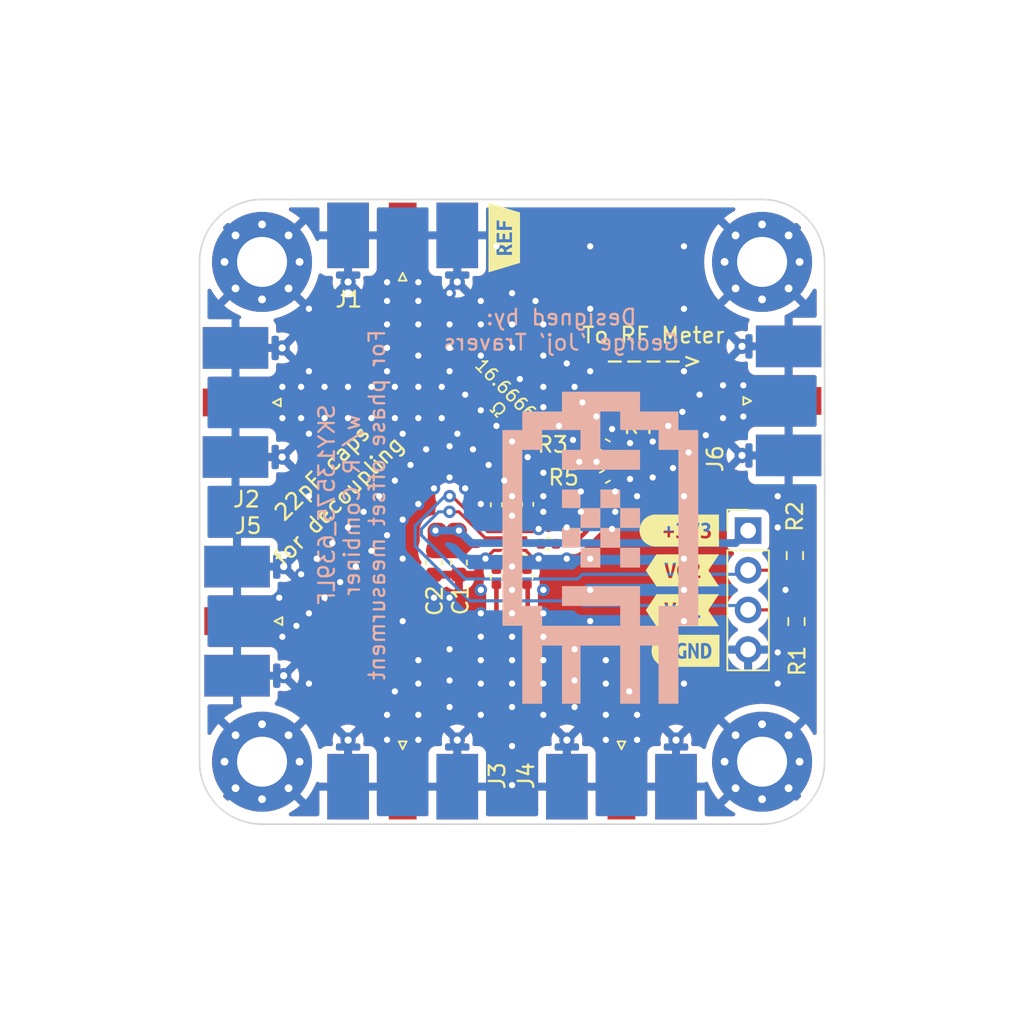
<source format=kicad_pcb>
(kicad_pcb (version 20211014) (generator pcbnew)

  (general
    (thickness 4.69)
  )

  (paper "A4")
  (layers
    (0 "F.Cu" signal)
    (1 "In1.Cu" signal)
    (2 "In2.Cu" signal)
    (31 "B.Cu" signal)
    (32 "B.Adhes" user "B.Adhesive")
    (33 "F.Adhes" user "F.Adhesive")
    (34 "B.Paste" user)
    (35 "F.Paste" user)
    (36 "B.SilkS" user "B.Silkscreen")
    (37 "F.SilkS" user "F.Silkscreen")
    (38 "B.Mask" user)
    (39 "F.Mask" user)
    (40 "Dwgs.User" user "User.Drawings")
    (41 "Cmts.User" user "User.Comments")
    (42 "Eco1.User" user "User.Eco1")
    (43 "Eco2.User" user "User.Eco2")
    (44 "Edge.Cuts" user)
    (45 "Margin" user)
    (46 "B.CrtYd" user "B.Courtyard")
    (47 "F.CrtYd" user "F.Courtyard")
    (48 "B.Fab" user)
    (49 "F.Fab" user)
    (50 "User.1" user)
    (51 "User.2" user)
    (52 "User.3" user)
    (53 "User.4" user)
    (54 "User.5" user)
    (55 "User.6" user)
    (56 "User.7" user)
    (57 "User.8" user)
    (58 "User.9" user)
  )

  (setup
    (stackup
      (layer "F.SilkS" (type "Top Silk Screen") (color "White"))
      (layer "F.Paste" (type "Top Solder Paste"))
      (layer "F.Mask" (type "Top Solder Mask") (color "Purple") (thickness 0.01))
      (layer "F.Cu" (type "copper") (thickness 0.035))
      (layer "dielectric 1" (type "core") (thickness 1.51) (material "FR4") (epsilon_r 4.5) (loss_tangent 0.02))
      (layer "In1.Cu" (type "copper") (thickness 0.035))
      (layer "dielectric 2" (type "prepreg") (thickness 1.51) (material "FR4") (epsilon_r 4.5) (loss_tangent 0.02))
      (layer "In2.Cu" (type "copper") (thickness 0.035))
      (layer "dielectric 3" (type "core") (thickness 1.51) (material "FR4") (epsilon_r 4.5) (loss_tangent 0.02))
      (layer "B.Cu" (type "copper") (thickness 0.035))
      (layer "B.Mask" (type "Bottom Solder Mask") (color "Purple") (thickness 0.01))
      (layer "B.Paste" (type "Bottom Solder Paste"))
      (layer "B.SilkS" (type "Bottom Silk Screen") (color "White"))
      (copper_finish "None")
      (dielectric_constraints no)
    )
    (pad_to_mask_clearance 0)
    (pcbplotparams
      (layerselection 0x00010fc_ffffffff)
      (disableapertmacros false)
      (usegerberextensions false)
      (usegerberattributes true)
      (usegerberadvancedattributes true)
      (creategerberjobfile true)
      (svguseinch false)
      (svgprecision 6)
      (excludeedgelayer true)
      (plotframeref false)
      (viasonmask false)
      (mode 1)
      (useauxorigin false)
      (hpglpennumber 1)
      (hpglpenspeed 20)
      (hpglpendiameter 15.000000)
      (dxfpolygonmode true)
      (dxfimperialunits true)
      (dxfusepcbnewfont true)
      (psnegative false)
      (psa4output false)
      (plotreference true)
      (plotvalue true)
      (plotinvisibletext false)
      (sketchpadsonfab false)
      (subtractmaskfromsilk false)
      (outputformat 1)
      (mirror false)
      (drillshape 0)
      (scaleselection 1)
      (outputdirectory "gerbers")
    )
  )

  (net 0 "")
  (net 1 "+3V3")
  (net 2 "GND")
  (net 3 "2")
  (net 4 "Net-(C3-Pad2)")
  (net 5 "3")
  (net 6 "Net-(C4-Pad2)")
  (net 7 "Net-(C5-Pad1)")
  (net 8 "Net-(C5-Pad2)")
  (net 9 "4")
  (net 10 "Net-(C6-Pad2)")
  (net 11 "5")
  (net 12 "Net-(C7-Pad2)")
  (net 13 "VC1")
  (net 14 "VC2")
  (net 15 "1 (REF)")
  (net 16 "Net-(R3-Pad2)")
  (net 17 "Net-(J6-Pad1)")

  (footprint "kibuzzard-62EA5950" (layer "F.Cu") (at 215.5 31.45 90))

  (footprint "kibuzzard-62EA58B8" (layer "F.Cu") (at 226.9 55.3))

  (footprint "MountingHole:MountingHole_3.2mm_M3_Pad_Via" (layer "F.Cu") (at 232 33))

  (footprint "kibuzzard-62EA58A6" (layer "F.Cu") (at 227.1 57.9))

  (footprint "Capacitor_SMD:C_0402_1005Metric" (layer "F.Cu") (at 217 48.52 -90))

  (footprint "Capacitor_SMD:C_0402_1005Metric" (layer "F.Cu") (at 218.33 51.05))

  (footprint "Capacitor_SMD:C_0402_1005Metric" (layer "F.Cu") (at 215 53.18 90))

  (footprint "Resistor_SMD:R_0402_1005Metric" (layer "F.Cu") (at 223.86 45.75))

  (footprint "Connector_Coaxial:SMA_Molex_73251-2120_EdgeMount_Horizontal" (layer "F.Cu") (at 209 66.6 -90))

  (footprint "MountingHole:MountingHole_3.2mm_M3_Pad_Via" (layer "F.Cu") (at 200 33))

  (footprint "Capacitor_SMD:C_0603_1608Metric" (layer "F.Cu") (at 212.6 52.25 -90))

  (footprint "Connector_Coaxial:SMA_Molex_73251-2120_EdgeMount_Horizontal" (layer "F.Cu") (at 209 31.3 90))

  (footprint "kibuzzard-62EA58C1" (layer "F.Cu") (at 226.9 52.75))

  (footprint "kibuzzard-62EA5893" (layer "F.Cu") (at 226.7 50.2))

  (footprint "MountingHole:MountingHole_3.2mm_M3_Pad_Via" (layer "F.Cu") (at 200 65))

  (footprint "RF:Skyworks_SKY13575_639LF" (layer "F.Cu") (at 216 50.87 180))

  (footprint "Connector_PinHeader_2.54mm:PinHeader_1x04_P2.54mm_Vertical" (layer "F.Cu") (at 231.106673 50.2))

  (footprint "Connector_Coaxial:SMA_Molex_73251-2120_EdgeMount_Horizontal" (layer "F.Cu") (at 233.7 41.9))

  (footprint "Capacitor_SMD:C_0402_1005Metric" (layer "F.Cu") (at 216.95 53.18 90))

  (footprint "Connector_Coaxial:SMA_Molex_73251-2120_EdgeMount_Horizontal" (layer "F.Cu") (at 223 66.6 -90))

  (footprint "Resistor_SMD:R_0402_1005Metric" (layer "F.Cu") (at 221.941673 44.755 -30))

  (footprint "Capacitor_SMD:C_0402_1005Metric" (layer "F.Cu") (at 215 48.55 -90))

  (footprint "Resistor_SMD:R_0603_1608Metric" (layer "F.Cu") (at 234.1 51.8 -90))

  (footprint "Capacitor_SMD:C_0603_1608Metric" (layer "F.Cu") (at 211 52.25 -90))

  (footprint "MountingHole:MountingHole_3.2mm_M3_Pad_Via" (layer "F.Cu") (at 232 65))

  (footprint "Connector_Coaxial:SMA_Molex_73251-2120_EdgeMount_Horizontal" (layer "F.Cu") (at 198.3 42 180))

  (footprint "Resistor_SMD:R_0603_1608Metric" (layer "F.Cu") (at 234.2 56.025 90))

  (footprint "Resistor_SMD:R_0402_1005Metric" (layer "F.Cu") (at 221.941673 46.745 30))

  (footprint "Connector_Coaxial:SMA_Molex_73251-2120_EdgeMount_Horizontal" (layer "F.Cu") (at 198.4 56 180))

  (footprint "Graphics:BEE" (layer "B.Cu") (at 221.65 51.3 180))

  (gr_line (start 196 33) (end 196 65) (layer "Edge.Cuts") (width 0.1) (tstamp 3998dc9e-7b31-44da-ab3c-54318f1db859))
  (gr_arc (start 236 65) (mid 234.828427 67.828427) (end 232 69) (layer "Edge.Cuts") (width 0.1) (tstamp 5ce28a3d-ad76-4f11-8e73-46475ad6ee17))
  (gr_arc (start 196 33) (mid 197.171573 30.171573) (end 200 29) (layer "Edge.Cuts") (width 0.1) (tstamp 6ea13b63-3185-4073-9e61-3050f4643760))
  (gr_arc (start 200 69) (mid 197.171573 67.828427) (end 196 65) (layer "Edge.Cuts") (width 0.1) (tstamp 94920d4f-fe03-4fd5-9ec5-17917dc209f3))
  (gr_arc (start 232 29) (mid 234.828427 30.171573) (end 236 33) (layer "Edge.Cuts") (width 0.1) (tstamp 9e33a3d6-f1b5-4d14-adfd-76a59635b5e6))
  (gr_line (start 232 69) (end 200 69) (layer "Edge.Cuts") (width 0.1) (tstamp a57af9a1-066a-4889-8885-6649fcb0584f))
  (gr_line (start 236 33) (end 236 65) (layer "Edge.Cuts") (width 0.1) (tstamp d04b08c7-6a1f-4ee9-b649-e16eba3d10e5))
  (gr_line (start 200 29) (end 232 29) (layer "Edge.Cuts") (width 0.1) (tstamp f6f6a073-4e4b-421f-b04b-481957bb5dff))
  (gr_text "Designed by:\nGeorge 'Joj' Travers" (at 219.15 37.35) (layer "B.SilkS") (tstamp cc5fabb2-a37f-4232-84ad-70072800c032)
    (effects (font (size 1 1) (thickness 0.15)) (justify mirror))
  )
  (gr_text "SKY13575_639LF\nw/ R Combiner\nFor phase offset measurment" (at 205.75 48.55 90) (layer "B.SilkS") (tstamp f298b884-17b4-4424-9ca3-ef43244d2c7a)
    (effects (font (size 1 1) (thickness 0.15)) (justify mirror))
  )
  (gr_text "22pF caps" (at 203.85 46.5 45) (layer "F.SilkS") (tstamp 1f5effcc-6ff8-4d86-8883-37cb32f032e2)
    (effects (font (size 1 1) (thickness 0.15)))
  )
  (gr_text "for decoupling\n" (at 204.9 48.3 45) (layer "F.SilkS") (tstamp 52ba0c7f-c134-48c6-a4c7-0821cb4c13cc)
    (effects (font (size 1 1) (thickness 0.15)))
  )
  (gr_text "16.6666...\nΩ" (at 215.55 42 315) (layer "F.SilkS") (tstamp 98dce703-9dc0-4afb-ab17-229165dfeb98)
    (effects (font (size 0.8 0.8) (thickness 0.12)))
  )
  (gr_text "To RF Meter\n---->" (at 225.05 38.5) (layer "F.SilkS") (tstamp a32039c6-2c9a-445d-af62-18f7085afbc6)
    (effects (font (size 1 1) (thickness 0.15)))
  )

  (segment (start 213.005 51.07) (end 213.78 51.07) (width 0.5) (layer "F.Cu") (net 1) (tstamp 012268fc-6686-4df6-85b4-c4092a2d6999))
  (segment (start 212.6 51.475) (end 213.005 51.07) (width 1) (layer "F.Cu") (net 1) (tstamp 3a218f8d-2fd0-4f46-ac65-e4882e31e4c2))
  (segment (start 211.1 51.375) (end 211 51.475) (width 1) (layer "F.Cu") (net 1) (tstamp 3ebc2cd3-9c56-46ef-a651-31fd440b33ea))
  (segment (start 215.07 51.07) (end 215.0695 51.0695) (width 0.2) (layer "F.Cu") (net 1) (tstamp 4ae2ca0b-cfc3-489f-b8dd-0e49a3eafa97))
  (segment (start 211.325 50.2) (end 212.6 51.475) (width 1) (layer "F.Cu") (net 1) (tstamp 5a893204-fa1d-4770-a27a-379266860f24))
  (segment (start 211.1 50.2) (end 211.1 51.375) (width 1) (layer "F.Cu") (net 1) (tstamp 5aa54319-13d9-46f1-880d-a9136faf2327))
  (segment (start 211.1 50.2) (end 211.325 50.2) (width 1) (layer "F.Cu") (net 1) (tstamp 90e4896c-d187-4981-90df-0aab2b236d31))
  (segment (start 212.6 50.2) (end 212.6 51.475) (width 1) (layer "F.Cu") (net 1) (tstamp a145ae44-c7d4-424e-acd7-54fbaf96eb64))
  (segment (start 212.6 50.2) (end 212.275 50.2) (width 1) (layer "F.Cu") (net 1) (tstamp b08f37fb-9524-4644-a28d-57b016079b92))
  (segment (start 215.228 51.07) (end 213.92 51.07) (width 0.2) (layer "F.Cu") (net 1) (tstamp bd28e9cf-9b69-4574-abdb-87d104571a0e))
  (segment (start 212.6 51.475) (end 211 51.475) (width 1) (layer "F.Cu") (net 1) (tstamp d9c6f7ae-7385-46ae-a461-752729b08fa2))
  (segment (start 213.92 51.07) (end 213.78 51.07) (width 0.2) (layer "F.Cu") (net 1) (tstamp dd0e9123-2464-4835-9bb2-c96dce7c33bf))
  (segment (start 212.275 50.2) (end 211 51.475) (width 1) (layer "F.Cu") (net 1) (tstamp e0881201-a753-4531-b97b-4c2f5e47a2f6))
  (segment (start 212.6 51.475) (end 212.825 51.25) (width 0.5) (layer "F.Cu") (net 1) (tstamp e8291981-9d46-4e1a-a8fa-fcd0df263b8c))
  (segment (start 215.228 51.07) (end 215.07 51.07) (width 0.2) (layer "F.Cu") (net 1) (tstamp eca987e9-313e-4721-97de-ecc1c4e35eb2))
  (via (at 212.6 50.2) (size 0.8) (drill 0.4) (layers "F.Cu" "B.Cu") (free) (net 1) (tstamp 1b8d8bc1-4f2e-4501-8438-1a4b93377fc8))
  (via (at 211.1 50.2) (size 0.8) (drill 0.4) (layers "F.Cu" "B.Cu") (free) (net 1) (tstamp ddbdc4b8-0f7c-4034-a885-d40bfc8a1284))
  (segment (start 211.1 50.2) (end 212.6 50.2) (width 0.5) (layer "B.Cu") (net 1) (tstamp 19a00be9-a5d1-416f-8b4b-30ee690c46dd))
  (segment (start 230.306673 51) (end 231.106673 50.2) (width 0.5) (layer "B.Cu") (net 1) (tstamp 254a9178-d73e-4452-9487-7c26170c86cb))
  (segment (start 212.6 50.2) (end 213.4 51) (width 0.5) (layer "B.Cu") (net 1) (tstamp 6d55165d-9776-4c31-b093-70c4e14afe4f))
  (segment (start 213.4 51) (end 230.306673 51) (width 0.5) (layer "B.Cu") (net 1) (tstamp ba4fe843-d30c-4dbc-aa4b-0ca253c4adfb))
  (segment (start 216 50.87) (end 216 51.642) (width 0.2) (layer "F.Cu") (net 2) (tstamp 1b2fdd7f-525c-47e2-9a26-d3e410155653))
  (segment (start 217.532 50.268) (end 217.7 50.1) (width 0.2) (layer "F.Cu") (net 2) (tstamp 2934886d-7016-4ba8-a26f-b19c23b5cc52))
  (segment (start 216.866 50.268) (end 217.532 50.268) (width 0.2) (layer "F.Cu") (net 2) (tstamp 650b0955-b17e-41ce-b1c5-0af548e32da7))
  (segment (start 216 51.642) (end 216 52.5) (width 0.2) (layer "F.Cu") (net 2) (tstamp 7ddc6a9d-5d1d-41e2-b9a4-3f0f93bab3e4))
  (segment (start 215.128 51.47) (end 214.83 51.47) (width 0.2) (layer "F.Cu") (net 2) (tstamp 86460793-718d-4830-b3ba-87ca7513d922))
  (segment (start 216 49.25) (end 216 50.098) (width 0.2) (layer "F.Cu") (net 2) (tstamp 8cbbaf91-ccdb-41f9-862d-7f3a892ba1d1))
  (segment (start 214.83 51.47) (end 214.3 52) (width 0.2) (layer "F.Cu") (net 2) (tstamp 8fbcbc16-546e-4ab2-a054-2d942751a032))
  (segment (start 216 50.87) (end 216 50.098) (width 0.2) (layer "F.Cu") (net 2) (tstamp 917b000a-a18f-4a64-a780-62e0595db609))
  (segment (start 216.2 50.67) (end 216.772 50.67) (width 0.2) (layer "F.Cu") (net 2) (tstamp a8f5055d-04b1-447d-9ff6-779ca17d1016))
  (segment (start 217.7 52) (end 217.395 52) (width 0.2) (layer "F.Cu") (net 2) (tstamp aa0714cf-e37c-44fd-88b7-25fd422edf82))
  (segment (start 216 50.87) (end 216.2 50.67) (width 0.2) (layer "F.Cu") (net 2) (tstamp d2a556ef-9a00-4a95-8130-46464cb7dcb0))
  (segment (start 217.395 52) (end 216.866 51.471) (width 0.2) (layer "F.Cu") (net 2) (tstamp d340e135-1d3f-482c-a753-467588eaca45))
  (via (at 227 36) (size 0.8) (drill 0.4) (layers "F.Cu" "B.Cu") (free) (net 2) (tstamp 00fecde9-3a73-4265-8a21-a317b21f85d8))
  (via (at 222.4 43.7) (size 0.8) (drill 0.4) (layers "F.Cu" "B.Cu") (free) (net 2) (tstamp 058cb416-3110-4ca2-a5c7-25fd0d4cf472))
  (via (at 221 32) (size 0.8) (drill 0.4) (layers "F.Cu" "B.Cu") (free) (net 2) (tstamp 08445f36-01bc-4668-8d28-c0c2f74c1133))
  (via (at 223.55 46.9) (size 0.8) (drill 0.4) (layers "F.Cu" "B.Cu") (free) (net 2) (tstamp 0a93d9fb-34d1-4fef-932c-42bd240ec7b9))
  (via (at 217.7 50.1) (size 0.8) (drill 0.4) (layers "F.Cu" "B.Cu") (free) (net 2) (tstamp 0ad2b623-a2c8-4b0c-9c8c-c3aeafc98bc6))
  (via (at 220 41) (size 0.8) (drill 0.4) (layers "F.Cu" "B.Cu") (free) (net 2) (tstamp 0ba4f1c6-6494-4422-be1d-83b023f8eb82))
  (via locked (at 216 54) (size 0.8) (drill 0.4) (layers "F.Cu" "B.Cu") (free) (net 2) (tstamp 1341cd6c-5789-4df1-b016-7e8e41105160))
  (via (at 218 62) (size 0.8) (drill 0.4) (layers "F.Cu" "B.Cu") (free) (net 2) (tstamp 1716b898-e66f-46bd-bee9-93a6b4a4f037))
  (via (at 220 57.8) (size 0.8) (drill 0.4) (layers "F.Cu" "B.Cu") (free) (net 2) (tstamp 18cc154f-ba80-4057-81c3-4290304b5fda))
  (via (at 210 58.5) (size 0.8) (drill 0.4) (layers "F.Cu" "B.Cu") (free) (net 2) (tstamp 1915f54d-da6e-4165-8fa2-7c6f2816d55b))
  (via locked (at 214 48.5) (size 0.8) (drill 0.4) (layers "F.Cu" "B.Cu") (free) (net 2) (tstamp 19a2a29a-5c4d-48be-8768-ed1c2bc70556))
  (via (at 224 48) (size 0.8) (drill 0.4) (layers "F.Cu" "B.Cu") (free) (net 2) (tstamp 1b44b85d-f406-493c-b386-e6cc2fdbf5bd))
  (via locked (at 205.5 43) (size 0.8) (drill 0.4) (layers "F.Cu" "B.Cu") (free) (net 2) (tstamp 1b98a9c9-780a-4280-8613-e06c8a6542a7))
  (via (at 206.5 49) (size 0.8) (drill 0.4) (layers "F.Cu" "B.Cu") (free) (net 2) (tstamp 1c98b871-00e6-41be-84d9-0be5c3362a80))
  (via locked (at 211.5 43) (size 0.8) (drill 0.4) (layers "F.Cu" "B.Cu") (free) (net 2) (tstamp 1f78e17f-9c8f-46fb-b7a8-3492e30e2836))
  (via (at 205.5 50) (size 0.8) (drill 0.4) (layers "F.Cu" "B.Cu") (free) (net 2) (tstamp 2117f550-e61c-447a-89ae-70610be58a21))
  (via (at 216 66.5) (size 0.8) (drill 0.4) (layers "F.Cu" "B.Cu") (free) (net 2) (tstamp 24f723f9-809a-47f2-b54c-b3898d76c4ce))
  (via (at 233 48) (size 0.8) (drill 0.4) (layers "F.Cu" "B.Cu") (free) (net 2) (tstamp 255512c3-5073-41b3-956c-d12ce5d8aacf))
  (via locked (at 204 41) (size 0.8) (drill 0.4) (layers "F.Cu" "B.Cu") (free) (net 2) (tstamp 2598cc34-98d0-4020-8b04-cabe01b13658))
  (via (at 217 45.5) (size 0.8) (drill 0.4) (layers "F.Cu" "B.Cu") (free) (net 2) (tstamp 2a08f103-d0b9-4ca2-b83e-a8fc91329683))
  (via (at 225 46.8) (size 0.8) (drill 0.4) (layers "F.Cu" "B.Cu") (free) (net 2) (tstamp 2a90d3fd-8bfc-4cfd-a1e0-5d4d003e9464))
  (via (at 210 39) (size 0.8) (drill 0.4) (layers "F.Cu" "B.Cu") (free) (net 2) (tstamp 2c245652-8dfe-4146-9a43-7c1d1d67832b))
  (via (at 221 56) (size 0.8) (drill 0.4) (layers "F.Cu" "B.Cu") (free) (net 2) (tstamp 2d98257d-8c8d-42c5-b7f6-4b33c63c49e3))
  (via (at 227.3 45.2) (size 0.8) (drill 0.4) (layers "F.Cu" "B.Cu") (free) (net 2) (tstamp 31bbd525-83b6-412d-a6d2-3545c4036c0e))
  (via locked (at 216 55.5) (size 0.8) (drill 0.4) (layers "F.Cu" "B.Cu") (free) (net 2) (tstamp 32969468-aaa1-44bb-ada4-7a32e0f041d4))
  (via (at 218 42.3) (size 0.8) (drill 0.4) (layers "F.Cu" "B.Cu") (free) (net 2) (tstamp 3329956b-100e-4d45-983d-07793442e7ca))
  (via (at 220.4 49) (size 0.8) (drill 0.4) (layers "F.Cu" "B.Cu") (free) (net 2) (tstamp 372a209e-987e-4529-87e0-dfd368857911))
  (via locked (at 205.5 41) (size 0.8) (drill 0.4) (layers "F.Cu" "B.Cu") (free) (net 2) (tstamp 378f88a8-6c14-40a4-aa65-02da4cbe7481))
  (via (at 219.5 39.5) (size 0.8) (drill 0.4) (layers "F.Cu" "B.Cu") (free) (net 2) (tstamp 39bf9596-a440-4860-97cd-1823ddb99479))
  (via (at 233 50) (size 0.8) (drill 0.4) (layers "F.Cu" "B.Cu") (free) (net 2) (tstamp 3b125daf-3a2b-4d6f-b655-0d3f87559548))
  (via locked (at 214 57) (size 0.8) (drill 0.4) (layers "F.Cu" "B.Cu") (free) (net 2) (tstamp 3b470c73-c719-4f84-89f2-4aa97414be8e))
  (via (at 208 37) (size 0.8) (drill 0.4) (layers "F.Cu" "B.Cu") (free) (net 2) (tstamp 3cee44e4-bf19-47a8-86f3-858e4d0987c1))
  (via (at 216 44.5) (size 0.8) (drill 0.4) (layers "F.Cu" "B.Cu") (free) (net 2) (tstamp 3f05fe49-40df-4738-aaab-4a2c80dae190))
  (via (at 209 49.5) (size 0.8) (drill 0.4) (layers "F.Cu" "B.Cu") (free) (net 2) (tstamp 406e2c3c-4b49-4eaf-8a2e-86ee008e22e3))
  (via (at 217.5 35.5) (size 0.8) (drill 0.4) (layers "F.Cu" "B.Cu") (free) (net 2) (tstamp 40d9a8a9-d0c4-43f4-98e0-c48223aebc1a))
  (via (at 216 52.5) (size 0.8) (drill 0.4) (layers "F.Cu" "B.Cu") (free) (net 2) (tstamp 40ddd1a0-6d10-4958-9f8a-3b6c253f7f80))
  (via (at 227 32) (size 0.8) (drill 0.4) (layers "F.Cu" "B.Cu") (free) (net 2) (tstamp 41d396c0-b9ff-4bdf-bd86-fc22ef761e94))
  (via (at 216 61.5) (size 0.8) (drill 0.4) (layers "F.Cu" "B.Cu") (free) (net 2) (tstamp 42ed7ad0-6591-4afb-ade4-8a4300b9b1f8))
  (via (at 220 61.5) (size 0.8) (drill 0.4) (layers "F.Cu" "B.Cu") (free) (net 2) (tstamp 44946c8a-b659-45a1-8fb9-87d8da314729))
  (via (at 210 62) (size 0.8) (drill 0.4) (layers "F.Cu" "B.Cu") (free) (net 2) (tstamp 44bd0bee-9481-4ffe-aed8-a46a9783c521))
  (via (at 203 48) (size 0.8) (drill 0.4) (layers "F.Cu" "B.Cu") (free) (net 2) (tstamp 455acfe8-06e8-4fc5-847e-f93f4a0c8fe7))
  (via (at 212 59.8) (size 0.8) (drill 0.4) (layers "F.Cu" "B.Cu") (free) (net 2) (tstamp 461c638f-db35-413c-8439-f9940e05c935))
  (via locked (at 204 43) (size 0.8) (drill 0.4) (layers "F.Cu" "B.Cu") (free) (net 2) (tstamp 47cebe47-3d3b-4265-9978-981b0832f80d))
  (via (at 208 50.5) (size 0.8) (drill 0.4) (layers "F.Cu" "B.Cu") (free) (net 2) (tstamp 4cf0cd3f-a3d3-4272-839c-6db84a7a5f34))
  (via (at 223.55 44.6) (size 0.8) (drill 0.4) (layers "F.Cu" "B.Cu") (free) (net 2) (tstamp 4d389db9-9ead-46d3-92f6-18394d029fd6))
  (via (at 210 37) (size 0.8) (drill 0.4) (layers "F.Cu" "B.Cu") (free) (net 2) (tstamp 4f3072e8-96e4-4457-90cc-8e7df315d62b))
  (via (at 224 62) (size 0.8) (drill 0.4) (layers "F.Cu" "B.Cu") (free) (net 2) (tstamp 4ff7535b-ddd8-495f-83a9-936a3edcd7bc))
  (via (at 227 56) (size 0.8) (drill 0.4) (layers "F.Cu" "B.Cu") (free) (net 2) (tstamp 52374a24-3850-42e8-9d43-9251470779a4))
  (via (at 220.4 47.7) (size 0.8) (drill 0.4) (layers "F.Cu" "B.Cu") (free) (net 2) (tstamp 5283864c-6e47-4bca-9526-653c8db7f903))
  (via (at 221 40) (size 0.8) (drill 0.4) (layers "F.Cu" "B.Cu") (free) (net 2) (tstamp 52dfa6e5-6b71-4e15-9326-a2f4f354ede2))
  (via (at 222.6 47.7) (size 0.8) (drill 0.4) (layers "F.Cu" "B.Cu") (free) (net 2) (tstamp 543f0219-51b9-400f-a136-4ccd96c292c0))
  (via (at 210 48.5) (size 0.8) (drill 0.4) (layers "F.Cu" "B.Cu") (free) (net 2) (tstamp 55db03f2-7719-431d-8529-5749733b8ff3))
  (via (at 229.5 40.9) (size 0.8) (drill 0.4) (layers "F.Cu" "B.Cu") (free) (net 2) (tstamp 563dd563-7477-4695-a698-df81d2123a4a))
  (via (at 214 35.5) (size 0.8) (drill 0.4) (layers "F.Cu" "B.Cu") (free) (net 2) (tstamp 56c5be11-a204-4082-8130-d4c68d9e4c0d))
  (via (at 218 39) (size 0.8) (drill 0.4) (layers "F.Cu" "B.Cu") (free) (net 2) (tstamp 59a8f73a-5061-4cb0-927c-4eb93a5f4f96))
  (via (at 201.3 57) (size 0.8) (drill 0.4) (layers "F.Cu" "B.Cu") (free) (net 2) (tstamp 5a769698-4c2f-42ba-bb8e-4295634bb174))
  (via (at 212 38.5) (size 0.8) (drill 0.4) (layers "F.Cu" "B.Cu") (free) (net 2) (tstamp 5cb54571-25a4-441a-bb99-7994527de3a7))
  (via locked (at 207 41) (size 0.8) (drill 0.4) (layers "F.Cu" "B.Cu") (free) (net 2) (tstamp 5d4c84be-22b6-47f8-a17d-381e4a1f82d2))
  (via (at 208 35.5) (size 0.8) (drill 0.4) (layers "F.Cu" "B.Cu") (free) (net 2) (tstamp 6307565d-34be-412d-8166-b2ffc22dcd81))
  (via (at 221.4 42.9) (size 0.8) (drill 0.4) (layers "F.Cu" "B.Cu") (free) (net 2) (tstamp 63626aa6-3f91-4204-86d7-487cd8f4f078))
  (via (at 203 36) (size 0.8) (drill 0.4) (layers "F.Cu" "B.Cu") (free) (net 2) (tstamp 64b7ae3d-e52a-4589-a7dd-e2e27f02c003))
  (via (at 222.4 50.1) (size 0.8) (drill 0.4) (layers "F.Cu" "B.Cu") (free) (net 2) (tstamp 64d67321-7975-4a4c-bc93-847a568984a1))
  (via (at 212 44.8) (size 0.8) (drill 0.4) (layers "F.Cu" "B.Cu") (free) (net 2) (tstamp 6633cb50-b23d-4a0b-9698-21fb9d4d6d5c))
  (via locked (at 208.5 43) (size 0.8) (drill 0.4) (layers "F.Cu" "B.Cu") (free) (net 2) (tstamp 68fc9b63-876b-4c6b-a8c0-b4628d456b64))
  (via (at 227 40) (size 0.8) (drill 0.4) (layers "F.Cu" "B.Cu") (free) (net 2) (tstamp 6e48bb35-e2cb-401a-9021-06bb4ca0a976))
  (via (at 221 52) (size 0.8) (drill 0.4) (layers "F.Cu" "B.Cu") (free) (net 2) (tstamp 70a942fb-6c97-4f5c-b03f-11dac46d7ab6))
  (via locked (at 214 54) (size 0.8) (drill 0.4) (layers "F.Cu" "B.Cu") (free) (net 2) (tstamp 70d502a5-45c1-4117-9d10-72bdc32b288b))
  (via (at 211 47.5) (size 0.8) (drill 0.4) (layers "F.Cu" "B.Cu") (free) (net 2) (tstamp 75a9ab9f-7113-4123-b222-5c2843b76ad8))
  (via (at 227 48) (size 0.8) (drill 0.4) (layers "F.Cu" "B.Cu") (free) (net 2) (tstamp 771f3550-cad0-46e9-ab2f-697df58ee85d))
  (via (at 208 38.5) (size 0.8) (drill 0.4) (layers "F.Cu" "B.Cu") (free) (net 2) (tstamp 7751e3c3-94a4-4895-8b77-059977f57aa9))
  (via locked (at 216 57) (size 0.8) (drill 0.4) (layers "F.Cu" "B.Cu") (free) (net 2) (tstamp 7c22aa6c-eadd-48db-a00d-55591df28f3d))
  (via (at 203 44) (size 0.8) (drill 0.4) (layers "F.Cu" "B.Cu") (free) (net 2) (tstamp 7d469328-7407-4aca-8511-0abdd95df6f9))
  (via (at 217.7 52) (size 0.8) (drill 0.4) (layers "F.Cu" "B.Cu") (free) (net 2) (tstamp 7d9c3beb-93a9-495a-a436-9a8fd2df5f2e))
  (via (at 203.5 52) (size 0.8) (drill 0.4) (layers "F.Cu" "B.Cu") (free) (net 2) (tstamp 7ec89c72-c37d-4601-b2b4-3cd058dd6e49))
  (via (at 206 52.5) (size 0.8) (drill 0.4) (layers "F.Cu" "B.Cu") (free) (net 2) (tstamp 7f9e92d5-a54b-4c05-8629-55bf9fda739f))
  (via (at 223.5 60.5) (size 0.8) (drill 0.4) (layers "F.Cu" "B.Cu") (free) (net 2) (tstamp 7fb7631f-5df3-46c1-b7f3-0cb591d95918))
  (via locked (at 202.5 41) (size 0.8) (drill 0.4) (layers "F.Cu" "B.Cu") (free) (net 2) (tstamp 80e805d5-3814-4688-91af-a6e79908c0b9))
  (via (at 222 58.5) (size 0.8) (drill 0.4) (layers "F.Cu" "B.Cu") (free) (net 2) (tstamp 819fbaa0-1124-4f74-895e-8be34c6af827))
  (via (at 212 54.5) (size 0.8) (drill 0.4) (layers "F.Cu" "B.Cu") (free) (net 2) (tstamp 81c07b13-d05c-4223-b69c-199656244b2f))
  (via (at 216 35) (size 0.8) (drill 0.4) (layers "F.Cu" "B.Cu") (free) (net 2) (tstamp 82ceedec-b6b4-462a-b251-1084ef79f6a5))
  (via (at 208 62) (size 0.8) (drill 0.4) (layers "F.Cu" "B.Cu") (free) (net 2) (tstamp 82f2f0d3-7cef-429a-a4ae-16d7ce20ca8f))
  (via (at 214 37) (size 0.8) (drill 0.4) (layers "F.Cu" "B.Cu") (free) (net 2) (tstamp 872ba0bb-ecc4-4f00-b4e3-d415c9ef6aca))
  (via (at 228.4 44.1) (size 0.8) (drill 0.4) (layers "F.Cu" "B.Cu") (free) (net 2) (tstamp 87c33ab6-b26c-4b3b-9291-839920b2f855))
  (via (at 233.5 54) (size 0.8) (drill 0.4) (layers "F.Cu" "B.Cu") (free) (net 2) (tstamp 87d8d93a-05b3-48b7-baa7-bef9a0477104))
  (via locked (at 213 47.5) (size 0.8) (drill 0.4) (layers "F.Cu" "B.Cu") (free) (net 2) (tstamp 88340dd0-2350-489e-8f14-7fa83089c6df))
  (via (at 221 54) (size 0.8) (drill 0.4) (layers "F.Cu" "B.Cu") (free) (net 2) (tstamp 8b421e2a-49e7-4f4e-a808-b01d27299651))
  (via (at 208 40) (size 0.8) (drill 0.4) (layers "F.Cu" "B.Cu") (free) (net 2) (tstamp 8dbd6f93-8c1c-4778-9488-ed8544ac9a8b))
  (via (at 222 60) (size 0.8) (drill 0.4) (layers "F.Cu" "B.Cu") (free) (net 2) (tstamp 8e3404c5-4741-4aa7-9a2e-45975a2b842a))
  (via (at 215 43.5) (size 0.8) (drill 0.4) (layers "F.Cu" "B.Cu") (free) (net 2) (tstamp 8e8c4dc2-676a-4b44-bac4-aacc5cab387c))
  (via (at 203 40) (size 0.8) (drill 0.4) (layers "F.Cu" "B.Cu") (free) (net 2) (tstamp 901d5787-dbb3-477b-be15-cc48f91a7f1b))
  (via (at 203 60) (size 0.8) (drill 0.4) (layers "F.Cu" "B.Cu") (free) (net 2) (tstamp 90f54109-a12c-4a51-937b-d2bc0dfa954c))
  (via (at 222 63.6) (size 0.8) (drill 0.4) (layers "F.Cu" "B.Cu") (free) (net 2) (tstamp 932dff0b-d677-4090-9cb7-24d5fdc64ea9))
  (via (at 224 63.6) (size 0.8) (drill 0.4) (layers "F.Cu" "B.Cu") (free) (net 2) (tstamp 9379f045-cf37-4d7f-8781-23dc62c02e29))
  (via locked (at 210 43) (size 0.8) (drill 0.4) (layers "F.Cu" "B.Cu") (free) (net 2) (tstamp 93bbb2e6-ee60-43d1-be79-72396dfca293))
  (via (at 205 53.5) (size 0.8) (drill 0.4) (layers "F.Cu" "B.Cu") (free) (net 2) (tstamp 9637fac9-b292-4d88-8447-636459e6b9c8))
  (via locked (at 202.5 43) (size 0.8) (drill 0.4) (layers "F.Cu" "B.Cu") (free) (net 2) (tstamp 96543279-6bb4-4347-8464-030537020b55))
  (via locked (at 213 41.5) (size 0.8) (drill 0.4) (layers "F.Cu" "B.Cu") (free) (net 2) (tstamp 96d12ac8-73ef-4eeb-b7d3-2ea689a6ebb9))
  (via (at 214 39) (size 0.8) (drill 0.4) (layers "F.Cu" "B.Cu") (free) (net 2) (tstamp 97cf4e0b-d078-470a-8f68-d8e6793139f0))
  (via (at 218 46.5) (size 0.8) (drill 0.4) (layers "F.Cu" "B.Cu") (free) (net 2) (tstamp 98f015d3-7bce-4363-8fac-c9a38aec5b7b))
  (via (at 212 37) (size 0.8) (drill 0.4) (layers "F.Cu" "B.Cu") (free) (net 2) (tstamp 9ac3f552-3711-4a35-99e8-6bfdf7596b9b))
  (via (at 222.6 49) (size 0.8) (drill 0.4) (layers "F.Cu" "B.Cu") (free) (net 2) (tstamp 9b512598-d701-4ab6-ae1d-142d0fb860c1))
  (via locked (at 213.5 45) (size 0.8) (drill 0.4) (layers "F.Cu" "B.Cu") (free) (net 2) (tstamp 9c74c2fa-f28a-4a47-a17a-b4f997ca01db))
  (via (at 216 37) (size 0.8) (drill 0.4) (layers "F.Cu" "B.Cu") (free) (net 2) (tstamp 9ec3bd90-65db-4100-917e-cc2406085c3b))
  (via (at 210 60) (size 0.8) (drill 0.4) (layers "F.Cu" "B.Cu") (free) (net 2) (tstamp a1e2c38d-31de-4e3d-9597-f7340a8465c6))
  (via (at 204.5 51) (size 0.8) (drill 0.4) (layers "F.Cu" "B.Cu") (free) (net 2) (tstamp a26f4b65-2e78-4cf2-a385-1c2a1b11ad6b))
  (via (at 214 58.5) (size 0.8) (drill 0.4) (layers "F.Cu" "B.Cu") (free) (net 2) (tstamp a2d5937a-83cd-4314-834b-76b31332c38a))
  (via (at 212 40) (size 0.8) (drill 0.4) (layers "F.Cu" "B.Cu") (free) (net 2) (tstamp a41a37cc-b547-4cdf-aa6d-690a3846f8da))
  (via (at 221 36) (size 0.8) (drill 0.4) (layers "F.Cu" "B.Cu") (free) (net 2) (tstamp a42ef56f-a8d3-4e21-b85b-8f2108ce52bb))
  (via locked (at 207 43) (size 0.8) (drill 0.4) (layers "F.Cu" "B.Cu") (free) (net 2) (tstamp a56c0f82-4912-44e7-97cc-ae461431740a))
  (via (at 220 59.8) (size 0.8) (drill 0.4) (layers "F.Cu" "B.Cu") (free) (net 2) (tstamp a6060585-cef0-407b-a721-7f7604d7f52e))
  (via locked (at 212.5 44) (size 0.8) (drill 0.4) (layers "F.Cu" "B.Cu") (free) (net 2) (tstamp a7cac0af-f9df-4b6a-a77b-adfe765098b0))
  (via (at 218 58.5) (size 0.8) (drill 0.4) (layers "F.Cu" "B.Cu") (free) (net 2) (tstamp a7fcec15-d9a6-48e5-b360-6bc349a0cb8a))
  (via (at 207.5 48) (size 0.8) (drill 0.4) (layers "F.Cu" "B.Cu") (free) (net 2) (tstamp a98e61e1-8967-4f8d-8bdb-7dd97cb66bcf))
  (via locked (at 216 49.25) (size 0.8) (drill 0.4) (layers "F.Cu" "B.Cu") (free) (net 2) (tstamp aaeb990d-9527-4c74-a917-c9f81d04df4c))
  (via (at 204 54.5) (size 0.8) (drill 0.4) (layers "F.Cu" "B.Cu") (free) (net 2) (tstamp ad7c5399-c837-43e6-829e-2c1f8e5139eb))
  (via (at 202.2 56.3) (size 0.8) (drill 0.4) (layers "F.Cu" "B.Cu") (free) (net 2) (tstamp ae1121e4-62fa-42fa-83fe-e0d776de1103))
  (via (at 219.9 44.4) (size 0.8) (drill 0.4) (layers "F.Cu" "B.Cu") (free) (net 2) (tstamp aef4258d-3a84-40cc-bfd2-1f95398db764))
  (via (at 214 62) (size 0.8) (drill 0.4) (layers "F.Cu" "B.Cu") (free) (net 2) (tstamp b0e79041-b8ec-4a17-9678-bf333817b709))
  (via locked (at 211.5 41) (size 0.8) (drill 0.4) (layers "F.Cu" "B.Cu") (free) (net 2) (tstamp b0febf62-b493-4b41-ad10-92b0db9c535c))
  (via locked (at 218 54) (size 0.8) (drill 0.4) (layers "F.Cu" "B.Cu") (free) (net 2) (tstamp b14bc7be-933b-4986-aaf8-6188b1ccd182))
  (via (at 207 51.5) (size 0.8) (drill 0.4) (layers "F.Cu" "B.Cu") (free) (net 2) (tstamp b32e76a5-4b17-4c80-86ef-3c5e2e54970e))
  (via (at 215 32) (size 0.8) (drill 0.4) (layers "F.Cu" "B.Cu") (free) (net 2) (tstamp b415d37f-f4e4-4f76-8481-f748353be347))
  (via (at 216 58.5) (size 0.8) (drill 0.4) (layers "F.Cu" "B.Cu") (free) (net 2) (tstamp b4bd843d-4bef-46ca-8cb2-b52eebf21c1b))
  (via (at 226 43.5) (size 0.8) (drill 0.4) (layers "F.Cu" "B.Cu") (free) (net 2) (tstamp b606529d-0cc7-423d-99d8-a7d43ca09226))
  (via (at 212 61.5) (size 0.8) (drill 0.4) (layers "F.Cu" "B.Cu") (free) (net 2) (tstamp b7ebb02c-6234-46a9-a7e5-694d5cde2d02))
  (via (at 218 60) (size 0.8) (drill 0.4) (layers "F.Cu" "B.Cu") (free) (net 2) (tstamp b7f15eb8-e935-4947-860c-e665b962f512))
  (via (at 212 57.8) (size 0.8) (drill 0.4) (layers "F.Cu" "B.Cu") (free) (net 2) (tstamp b9c12d1e-4866-4562-8381-87956a09beaf))
  (via (at 229.5 43) (size 0.8) (drill 0.4) (layers "F.Cu" "B.Cu") (free) (net 2) (tstamp bd555f92-66b1-42d7-ac91-e2a59f7fe5b9))
  (via locked (at 208.5 41) (size 0.8) (drill 0.4) (layers "F.Cu" "B.Cu") (free) (net 2) (tstamp be7202b2-8473-4304-859e-feed5bda1998))
  (via (at 220.3 45.8) (size 0.8) (drill 0.4) (layers "F.Cu" "B.Cu") (free) (net 2) (tstamp bef10990-ded5-4924-a595-ad6bc1e88b1e))
  (via (at 216 64) (size 0.8) (drill 0.4) (layers "F.Cu" "B.Cu") (free) (net 2) (tstamp bf2ad784-389c-46f8-bcb0-a3db6d3c5ad5))
  (via (at 209 44) (size 0.8) (drill 0.4) (layers "F.Cu" "B.Cu") (free) (net 2) (tstamp bf3334a1-e81f-4e46-b127-97748c074577))
  (via (at 212 35) (size 0.8) (drill 0.4) (layers "F.Cu" "B.Cu") (free) (net 2) (tstamp c03c6854-09cd-46c6-b9cf-a2753b5e3538))
  (via (at 216 38.5) (size 0.8) (drill 0.4) (layers "F.Cu" "B.Cu") (free) (net 2) (tstamp c0421913-350b-453b-b5e8-bc97b3f7f596))
  (via (at 233 60) (size 0.8) (drill 0.4) (layers "F.Cu" "B.Cu") (free) (net 2) (tstamp c0c783c2-e5d5-4fb3-a250-c12b949d32ad))
  (via (at 210 35.5) (size 0.8) (drill 0.4) (layers "F.Cu" "B.Cu") (free) (net 2) (tstamp c189e91e-39b2-4946-9b1c-01792829cc43))
  (via (at 215.5 47) (size 0.8) (drill 0.4) (layers "F.Cu" "B.Cu") (free) (net 2) (tstamp c1b13918-fc7e-4e5d-8687-4e8a79477813))
  (via (at 208.5 60.5) (size 0.8) (drill 0.4) (layers "F.Cu" "B.Cu") (free) (net 2) (tstamp c1b4cf97-fae0-4218-a94e-082d94423880))
  (via (at 230.8 42.9) (size 0.8) (drill 0.4) (layers "F.Cu" "B.Cu") (free) (net 2) (tstamp c2fd6d29-ebd6-448c-af7c-f14ebf7ad66d))
  (via (at 203 55.5) (size 0.8) (drill 0.4) (layers "F.Cu" "B.Cu") (free) (net 2) (tstamp c54bc674-2f89-4511-a824-afb5cc541e7d))
  (via (at 220.5 42) (size 0.8) (drill 0.4) (layers "F.Cu" "B.Cu") (free) (net 2) (tstamp c5f95f65-c21d-4838-b2d4-e37a29877a8e))
  (via (at 226.3 46.2) (size 0.8) (drill 0.4) (layers "F.Cu" "B.Cu") (free) (net 2) (tstamp c635475f-8217-4303-abf0-f432188724b7))
  (via (at 209.5 46) (size 0.8) (drill 0.4) (layers "F.Cu" "B.Cu") (free) (net 2) (tstamp c71c6677-93e7-4989-a2f4-e734f6b25abf))
  (via (at 202.5 53) (size 0.8) (drill 0.4) (layers "F.Cu" "B.Cu") (free) (net 2) (tstamp c7e47db5-2d13-43e3-a197-8c8e67d14fa7))
  (via locked (at 218 57) (size 0.8) (drill 0.4) (layers "F.Cu" "B.Cu") (free) (net 2) (tstamp c7fd3197-aa99-49a8-89e5-46c780a31f38))
  (via (at 201.1 54.5) (size 0.8) (drill 0.4) (layers "F.Cu" "B.Cu") (free) (net 2) (tstamp c8f20a6c-82f0-4644-8394-39887e7979e1))
  (via (at 210 63.6) (size 0.8) (drill 0.4) (layers "F.Cu" "B.Cu") (free) (net 2) (tstamp c8f4e41b-a696-41c6-b6f6-582888312913))
  (via (at 230.8 40.9) (size 0.8) (drill 0.4) (layers "F.Cu" "B.Cu") (free) (net 2) (tstamp cb314b9e-0170-4ce8-8017-be6caf46ecbb))
  (via (at 214.3 52) (size 0.8) (drill 0.4) (layers "F.Cu" "B.Cu") (free) (net 2) (tstamp cbb8b8dc-6d5d-437c-bee7-aa142f247770))
  (via (at 228 41.5) (size 0.8) (drill 0.4) (layers "F.Cu" "B.Cu") (free) (net 2) (tstamp cbcd433c-37a8-4489-99ab-b18bbf088640))
  (via (at 216.5 40.5) (size 0.8) (drill 0.4) (layers "F.Cu" "B.Cu") (free) (net 2) (tstamp cbef8332-b9fd-422c-bd53-33d980a5e6ee))
  (via locked (at 201.3 41) (size 0.8) (drill 0.4) (layers "F.Cu" "B.Cu") (free) (net 2) (tstamp cc872eca-befa-453a-860f-e9608bdabcbb))
  (via (at 209 56) (size 0.8) (drill 0.4) (layers "F.Cu" "B.Cu") (free) (net 2) (tstamp cc886348-9b9c-4354-853a-3542f479df85))
  (via (at 225 44.5) (size 0.8) (drill 0.4) (layers "F.Cu" "B.Cu") (free) (net 2) (tstamp cd1301f6-bdbc-4041-b94a-b5d2af5480e7))
  (via (at 208 63.6) (size 0.8) (drill 0.4) (layers "F.Cu" "B.Cu") (free) (net 2) (tstamp cdd321b9-7c4b-4afc-9178-c5255d8992ff))
  (via locked (at 210 41) (size 0.8) (drill 0.4) (layers "F.Cu" "B.Cu") (free) (net 2) (tstamp ce07d032-ec50-4ab4-b991-58fed37f93a0))
  (via (at 221.4 45.8) (size 0.8) (drill 0.4) (layers "F.Cu" "B.Cu") (free) (net 2) (tstamp ce76c7c4-15d5-40e1-8eee-919dc736bc1e))
  (via locked (at 201.3 43) (size 0.8) (drill 0.4) (layers "F.Cu" "B.Cu") (free) (net 2) (tstamp cec6553a-8281-44b0-bce5-f6678557e669))
  (via (at 222 62) (size 0.8) (drill 0.4) (layers "F.Cu" "B.Cu") (free) (net 2) (tstamp cef0e761-b582-4c59-9081-c3aa7b2d5918))
  (via (at 212 46.8) (size 0.8) (drill 0.4) (layers "F.Cu" "B.Cu") (free) (net 2) (tstamp cf9ed6e5-b77f-4217-8f89-d1d851c37e6a))
  (via (at 218 49) (size 0.8) (drill 0.4) (layers "F.Cu" "B.Cu") (free) (net 2) (tstamp cfcdf20b-450e-4143-b123-85c88dfd50a0))
  (via (at 214.5 46) (size 0.8) (drill 0.4) (layers "F.Cu" "B.Cu") (free) (net 2) (tstamp d1d52602-c9bc-4fb1-8d79-8af4297fe45c))
  (via (at 208 34.3) (size 0.8) (drill 0.4) (layers "F.Cu" "B.Cu") (free) (net 2) (tstamp d2437139-6e9f-42fd-a3a6-fe9e484d7879))
  (via (at 227 60) (size 0.8) (drill 0.4) (layers "F.Cu" "B.Cu") (free) (net 2) (tstamp d7d7d256-3790-4701-8316-856fa0e3032f))
  (via locked (at 214 55.5) (size 0.8) (drill 0.4) (layers "F.Cu" "B.Cu") (free) (net 2) (tstamp d82305f1-8780-4983-b281-48b7531466e1))
  (via (at 219 43.5) (size 0.8) (drill 0.4) (layers "F.Cu" "B.Cu") (free) (net 2) (tstamp d9547969-32a6-40eb-b8f6-f5246f91e2f4))
  (via (at 208.5 47) (size 0.8) (drill 0.4) (layers "F.Cu" "B.Cu") (free) (net 2) (tstamp dc33159f-85b9-4ca3-8ce2-3d68296f07d6))
  (via locked (at 214 42.5) (size 0.8) (drill 0.4) (layers "F.Cu" "B.Cu") (free) (net 2) (tstamp dcb0abf6-22a0-4495-8b77-863fcd471c15))
  (via (at 210.5 45) (size 0.8) (drill 0.4) (layers "F.Cu" "B.Cu") (free) (net 2) (tstamp ddddba48-fcd2-4371-9353-2243a440aa9a))
  (via (at 219.5 50) (size 0.8) (drill 0.4) (layers "F.Cu" "B.Cu") (free) (net 2) (tstamp de6f162d-6675-4097-8383-d9a3811c90a4))
  (via (at 218 41) (size 0.8) (drill 0.4) (layers "F.Cu" "B.Cu") (free) (net 2) (tstamp e42f4e23-a802-42e9-b0a8-8120700a5253))
  (via (at 219.5 52) (size 0.8) (drill 0.4) (layers "F.Cu" "B.Cu") (free) (net 2) (tstamp e43753ff-662a-4082-8840-4763efd78162))
  (via (at 218 37) (size 0.8) (drill 0.4) (layers "F.Cu" "B.Cu") (free) (net 2) (tstamp e5536234-73b1-438e-9731-467178866b30))
  (via (at 218 48) (size 0.8) (drill 0.4) (layers "F.Cu" "B.Cu") (free) (net 2) (tstamp e7516e77-aa20-4243-9092-7116dc97ca6b))
  (via (at 227 54) (size 0.8) (drill 0.4) (layers "F.Cu" "B.Cu") (free) (net 2) (tstamp e82c257d-5213-4ffd-a4d9-473482452257))
  (via (at 227 52) (size 0.8) (drill 0.4) (layers "F.Cu" "B.Cu") (free) (net 2) (tstamp ea49fb3c-c3c6-40a9-b470-b671d8917956))
  (via (at 216 48) (size 0.8) (drill 0.4) (layers "F.Cu" "B.Cu") (free) (net 2) (tstamp ee0f0811-f2d2-436b-9428-7579b53ae196))
  (via (at 210 34.3) (size 0.8) (drill 0.4) (layers "F.Cu" "B.Cu") (free) (net 2) (tstamp ee2f426e-8027-4742-9063-97b03daf2a26))
  (via (at 211 54.5) (size 0.8) (drill 0.4) (layers "F.Cu" "B.Cu") (free) (net 2) (tstamp f4a35e50-ada2-4959-b423-47afc6252bc1))
  (via (at 214 60) (size 0.8) (drill 0.4) (layers "F.Cu" "B.Cu") (free) (net 2) (tstamp f806f866-57dd-4e5c-96ff-84f67a815cc7))
  (via (at 226.9 42.6) (size 0.8) (drill 0.4) (layers "F.Cu" "B.Cu") (free) (net 2) (tstamp f8cdfe0a-1bd4-4c99-a856-caa4ed49ce77))
  (via (at 209 52) (size 0.8) (drill 0.4) (layers "F.Cu" "B.Cu") (free) (net 2) (tstamp fbb26a74-27d9-499d-b3b7-513774b4d37d))
  (via (at 233 58) (size 0.8) (drill 0.4) (layers "F.Cu" "B.Cu") (free) (net 2) (tstamp fcf1b270-6a97-4833-9493-25a27b575874))
  (via (at 216 60) (size 0.8) (drill 0.4) (layers "F.Cu" "B.Cu") (free) (net 2) (tstamp fd3ed413-db9d-4ad6-8ce5-83d57a16031f))
  (via locked (at 218 55.5) (size 0.8) (drill 0.4) (layers "F.Cu" "B.Cu") (free) (net 2) (tstamp ffe54aac-cc68-4a49-a79d-d8c003b8c1fc))
  (segment (start 217 47) (end 217 48.04) (width 0.29337) (layer "F.Cu") (net 3) (tstamp 1119b7c4-b0a8-42f3-a875-897f6afa639d))
  (segment locked (start 212 42) (end 217 47) (width 0.29337) (layer "F.Cu") (net 3) (tstamp 9016a09d-ece1-4d33-a30a-5bf870a22f71))
  (segment locked (start 198 42) (end 206.05 42) (width 0.29337) (layer "F.Cu") (net 3) (tstamp c17055fa-ff83-4955-8bcf-4a42c0fc3cd3))
  (segment locked (start 206.05 42) (end 212 42) (width 0.29337) (layer "F.Cu") (net 3) (tstamp d133f39f-9db6-4e29-848f-40dedcd132e8))
  (segment (start 216.578185 51.917185) (end 216.4 51.739) (width 0.2) (layer "F.Cu") (net 4) (tstamp 08770516-102a-4e51-b0af-19a942ddb05a))
  (segment (start 216.95 52.7) (end 216.95 52.289) (width 0.29337) (layer "F.Cu") (net 4) (tstamp 0ebd44f5-580f-414e-bcad-cf03b1cf1f30))
  (segment (start 216.95 52.289) (end 216.578185 51.917185) (width 0.29337) (layer "F.Cu") (net 4) (tstamp d3d973e6-99f1-494a-9f20-8e6afe998bc4))
  (segment (start 211.4 58.8) (end 211 59.2) (width 0.29337) (layer "F.Cu") (net 5) (tstamp 01dfb879-3b97-4cba-98c5-d964876a39e4))
  (segment (start 215 60.5) (end 215 53.66) (width 0.29337) (layer "F.Cu") (net 5) (tstamp 0404bed3-7f39-447a-80f6-cb0acfa0cfbe))
  (segment (start 213.5 61) (end 214.5 61) (width 0.29337) (layer "F.Cu") (net 5) (tstamp 237a7b27-548e-45c3-b59f-b5bb831f43bb))
  (segment (start 213 59.2) (end 212.6 58.8) (width 0.29337) (layer "F.Cu") (net 5) (tstamp 4604c4b7-9229-4bc6-be39-5167577d8b89))
  (segment (start 209.5 61) (end 209 61.5) (width 0.29337) (layer "F.Cu") (net 5) (tstamp 5ab2f598-29fc-4b39-95e8-512590805383))
  (segment (start 209 61.5) (end 209 67) (width 0.29337) (layer "F.Cu") (net 5) (tstamp 652c80b6-4f02-4438-b6b8-55065094b54b))
  (segment (start 210.5 61) (end 209.5 61) (width 0.29337) (layer "F.Cu") (net 5) (tstamp 65a79fb6-5229-43e9-b3ac-543e70f44884))
  (segment (start 213 60.5) (end 213.5 61) (width 0.29337) (layer "F.Cu") (net 5) (tstamp 703858d9-71bd-4599-9a12-a8aec7ac1c27))
  (segment (start 213 59.3) (end 213 60.5) (width 0.29337) (layer "F.Cu") (net 5) (tstamp 81012d7e-2b9a-452d-b275-7d8070d0fd71))
  (segment (start 214.5 61) (end 215 60.5) (width 0.29337) (layer "F.Cu") (net 5) (tstamp a58b3308-e282-49e5-905f-c9c5e00411e1))
  (segment (start 212.6 58.8) (end 211.4 58.8) (width 0.29337) (layer "F.Cu") (net 5) (tstamp a89210ef-3592-4d6c-8f19-304c5ee1246a))
  (segment (start 211 60.5) (end 210.5 61) (width 0.29337) (layer "F.Cu") (net 5) (tstamp c27705dc-1296-417d-9a40-b5e21699b50d))
  (segment (start 211 59.3) (end 211 60.5) (width 0.29337) (layer "F.Cu") (net 5) (tstamp fea1c8f6-73e2-440e-a31b-51cff6b5b6f7))
  (segment (start 215 52.342) (end 215.425815 51.916185) (width 0.29337) (layer "F.Cu") (net 6) (tstamp 0eb05356-e242-4341-8733-306ed2caa878))
  (segment (start 215 52.7) (end 215 52.342) (width 0.29337) (layer "F.Cu") (net 6) (tstamp 27d04755-e41c-471d-a77b-8ac6cf2f20fa))
  (segment (start 215.425815 51.916185) (end 215.6005 51.7415) (width 0.2) (layer "F.Cu") (net 6) (tstamp bb40b503-9bf5-4a61-8194-4372eebb0ea7))
  (segment (start 216.772 51.07) (end 217.32 51.07) (width 0.2) (layer "F.Cu") (net 7) (tstamp 232958b9-5678-42f9-8cff-3eaa8d14647c))
  (segment (start 217.85 51.05) (end 217.318185 51.05) (width 0.29337) (layer "F.Cu") (net 7) (tstamp 53cccb3b-9427-4e44-9eef-03c2b6ea26ef))
  (segment (start 217.32 51.07) (end 217.37 51.07) (width 0.2) (layer "F.Cu") (net 7) (tstamp adff7bd2-109b-4870-ad69-b5871e78c313))
  (segment (start 221.5 49.5) (end 221.5 47) (width 0.29337) (layer "F.Cu") (net 8) (tstamp 73d30b47-cc26-4e14-b992-06fc3aeccb3d))
  (segment (start 219.95 51.05) (end 221.5 49.5) (width 0.29337) (layer "F.Cu") (net 8) (tstamp 9ab4a573-d0d9-46d8-92d5-2ea55bdbee1d))
  (segment (start 218.81 51.05) (end 219.95 51.05) (width 0.29337) (layer "F.Cu") (net 8) (tstamp c7373663-91a4-4872-9c65-34d966610d72))
  (segment (start 219.4 58.8) (end 219 59.2) (width 0.29337) (layer "F.Cu") (net 9) (tstamp 0c013a44-f798-4dd6-85d3-635c08ee52f7))
  (segment (start 223 67) (end 223 61.5) (width 0.29337) (layer "F.Cu") (net 9) (tstamp 1095cc96-2936-47f4-8f8a-2519436ab8b1))
  (segment (start 223 61.5) (end 222.5 61) (width 0.29337) (layer "F.Cu") (net 9) (tstamp 13857aaa-6221-4e81-b516-8b79ff087f38))
  (segment (start 221 59.2) (end 220.6 58.8) (width 0.29337) (layer "F.Cu") (net 9) (tstamp 3d81fc66-191c-4068-a128-4d5ba0645197))
  (segment (start 221.5 61) (end 221 60.5) (width 0.29337) (layer "F.Cu") (net 9) (tstamp 60c52dd6-ea58-46e5-b1be-0dae9e9406c5))
  (segment (start 217 53.71) (end 216.95 53.66) (width 0.29337) (layer "F.Cu") (net 9) (tstamp 62487dc4-b63f-41b0-86fe-f51eb53905ca))
  (segment (start 222.5 61) (end 221.5 61) (width 0.29337) (layer "F.Cu") (net 9) (tstamp 7275dc94-4e68-41e1-9f6c-b0869d2085ae))
  (segment (start 219 59.2) (end 219 60.5) (width 0.29337) (layer "F.Cu") (net 9) (tstamp 7a32cd27-ede8-4d95-b8a3-1eb5215f1bba))
  (segment (start 219 60.5) (end 218.5 61) (width 0.29337) (layer "F.Cu") (net 9) (tstamp a09f23bd-1f5f-4738-ba71-39703b9e228a))
  (segment (start 220.6 58.8) (end 219.4 58.8) (width 0.29337) (layer "F.Cu") (net 9) (tstamp a4f5dab0-783a-40b7-92db-a5242790a91a))
  (segment (start 221 60.5) (end 221 59.2) (width 0.29337) (layer "F.Cu") (net 9) (tstamp ad9537aa-ed47-4819-9ada-49963b4107b1))
  (segment (start 217 60.5) (end 217 53.71) (width 0.29337) (layer "F.Cu") (net 9) (tstamp c02b2ffb-331a-417b-ab0c-d1ce52bedcbd))
  (segment (start 218.5 61) (end 217.5 61) (width 0.29337) (layer "F.Cu") (net 9) (tstamp e7cc9f9c-aacc-4844-88f9-b3db5357ab01))
  (segment (start 217.5 61) (end 217 60.5) (width 0.29337) (layer "F.Cu") (net 9) (tstamp fd611d9e-031e-422c-946a-2bb90e0769bc))
  (segment (start 215 49.03) (end 215 49.4) (width 0.29337) (layer "F.Cu") (net 10) (tstamp 5af4e58f-17c1-404e-ae34-6798067351b0))
  (segment (start 215 49.4) (end 215.423815 49.823815) (width 0.29337) (layer "F.Cu") (net 10) (tstamp 961c6e6a-09fd-49e2-99e2-71e126da55b1))
  (segment (start 215.6 50) (end 215.423815 49.823815) (width 0.2) (layer "F.Cu") (net 10) (tstamp e247cc40-48da-4322-849f-2c744273600f))
  (segment (start 201 56) (end 198 56) (width 0.29337) (layer "F.Cu") (net 11) (tstamp 38c9ff31-94a2-4c87-aae4-b2971b1d509b))
  (segment (start 215 48.07) (end 215 48) (width 0.29337) (layer "F.Cu") (net 11) (tstamp 38df69fc-406b-448b-b21c-866bc832e5ed))
  (segment (start 212.9 45.9) (end 211.1 45.9) (width 0.29337) (layer "F.Cu") (net 11) (tstamp 53117439-4bef-47e4-94c3-ffdc8a5abc3d))
  (segment (start 211.1 45.9) (end 201 56) (width 0.29337) (layer "F.Cu") (net 11) (tstamp 743fb0f9-8a93-4db8-899c-49dea2b5fd94))
  (segment (start 215 48) (end 212.9 45.9) (width 0.29337) (layer "F.Cu") (net 11) (tstamp 93999d62-35cf-4cd0-b49a-9840563fe1ee))
  (segment (start 217 49) (end 217 49.399) (width 0.29337) (layer "F.Cu") (net 12) (tstamp 11e039a8-0872-4cc5-9cf6-3693b5a6fea6))
  (segment (start 217 49.399) (end 216.577185 49.821815) (width 0.29337) (layer "F.Cu") (net 12) (tstamp 858eb869-6672-4b54-921f-7ffb40be4eec))
  (segment (start 216.4 49.999) (end 216.577185 49.821815) (width 0.2) (layer "F.Cu") (net 12) (tstamp d56a737b-8d9f-4d85-a474-a1b045022173))
  (segment (start 212 48) (end 212.16498 48) (width 0.2) (layer "F.Cu") (net 13) (tstamp 16de5e8c-c4e1-4955-b5e5-f320a123abcc))
  (segment (start 214.43498 50.27) (end 215.129 50.27) (width 0.2) (layer "F.Cu") (net 13) (tstamp 39424533-c2b0-4c15-b505-eed78edf6b3a))
  (segment (start 231.106673 55.28) (end 234.12 55.28) (width 0.2) (layer "F.Cu") (net 13) (tstamp 4242a9a9-b359-4784-930d-964b6de52e13))
  (segment (start 215.129 50.27) (end 215.128501 50.270499) (width 0.2) (layer "F.Cu") (net 13) (tstamp 6f38850b-0404-4a59-8a60-8c85245681d4))
  (segment (start 234.12 55.28) (end 234.2 55.2) (width 0.2) (layer "F.Cu") (net 13) (tstamp 9e76435a-3a80-423d-b9bc-8a8691f9318e))
  (segment (start 212.16498 48) (end 214.43498 50.27) (width 0.2) (layer "F.Cu") (net 13) (tstamp d88dc707-7e7c-43da-bcde-e04c002274d7))
  (via (at 212 48) (size 0.8) (drill 0.4) (layers "F.Cu" "B.Cu") (free) (net 13) (tstamp 4f84c797-0107-41a7-afe0-4493a34a5f82))
  (segment (start 230.826673 55) (end 231.106673 55.28) (width 0.2) (layer "B.Cu") (net 13) (tstamp 28b7af25-6157-4a4c-9390-a96e15187af0))
  (segment (start 209.8 49.9) (end 209.8 51.2) (width 0.2) (layer "B.Cu") (net 13) (tstamp 29a83d67-5e0e-4633-affd-c01380bd03de))
  (segment (start 220.5 55) (end 230.826673 55) (width 0.2) (layer "B.Cu") (net 13) (tstamp 2d1dc0f5-ab22-41ec-8f4f-d8b29fa4a2a5))
  (segment (start 209.8 51.2) (end 213.3 54.7) (width 0.2) (layer "B.Cu") (net 13) (tstamp 2fac7d3f-a915-4f67-b2d9-88d1044347be))
  (segment (start 212 48) (end 211.7 48) (width 0.2) (layer "B.Cu") (net 13) (tstamp 3eef6db9-07ec-4a80-b6fe-32e9090bb47c))
  (segment (start 213.3 54.7) (end 220.2 54.7) (width 0.2) (layer "B.Cu") (net 13) (tstamp 43436573-4e84-48cd-b872-79c16567d4f5))
  (segment (start 211.7 48) (end 209.8 49.9) (width 0.2) (layer "B.Cu") (net 13) (tstamp b959d58d-1081-480d-90c6-1d02087f357b))
  (segment (start 220.2 54.7) (end 220.5 55) (width 0.2) (layer "B.Cu") (net 13) (tstamp efa99f20-6f57-4aee-bc94-e843e01616cc))
  (segment (start 231.106673 52.74) (end 233.985 52.74) (width 0.2) (layer "F.Cu") (net 14) (tstamp 25101190-592a-424c-8c22-4dc4935058db))
  (segment (start 212.6 49) (end 214.27 50.67) (width 0.2) (layer "F.Cu") (net 14) (tstamp 66f8fc22-07f0-4398-a2ff-8c0f5dccf473))
  (segment (start 212 49) (end 212.6 49) (width 0.2) (layer "F.Cu") (net 14) (tstamp b2afb2e8-f604-4875-bbbe-6ba3e9538586))
  (segment (start 233.985 52.74) (end 234.1 52.625) (width 0.2) (layer "F.Cu") (net 14) (tstamp e722b5a8-22c1-4784-b5d0-c41824cfaace))
  (segment (start 214.27 50.67) (end 215.228 50.67) (width 0.2) (layer "F.Cu") (net 14) (tstamp f6e92924-2a05-4a7c-9af8-e377c272bfd8))
  (via (at 212 49) (size 0.8) (drill 0.4) (layers "F.Cu" "B.Cu") (free) (net 14) (tstamp 1484a1c0-e272-4a0d-95cc-8cb85e20b4dc))
  (segment (start 230.846673 53) (end 231.106673 52.74) (width 0.2) (layer "B.Cu") (net 14) (tstamp 2f7294e0-b8a5-4b90-b4cd-0244fe821800))
  (segment (start 220.2 53.3) (end 220.5 53) (width 0.2) (layer "B.Cu") (net 14) (tstamp 37387534-6d17-44a5-a9e2-a868eef0bcdd))
  (segment (start 210.2 50.1) (end 210.2 50.5) (width 0.2) (layer "B.Cu") (net 14) (tstamp 472c6792-6065-4215-8830-0682f8d6acd3))
  (segment (start 210.2 50.5) (end 213 53.3) (width 0.2) (layer "B.Cu") (net 14) (tstamp 5349c625-1b3c-476c-a23d-b9fbb1b4dc3e))
  (segment (start 213 53.3) (end 220.2 53.3) (width 0.2) (layer "B.Cu") (net 14) (tstamp 61c4bd77-e087-4de2-bc54-d98972dd0d7c))
  (segment (start 220.5 53) (end 230.846673 53) (width 0.2) (layer "B.Cu") (net 14) (tstamp 9635b4c6-32ec-41ca-8c72-55d66fe4182c))
  (segment (start 211.3 49) (end 210.2 50.1) (width 0.2) (layer "B.Cu") (net 14) (tstamp b6c60173-0463-4f45-8baf-e1c618ed6d76))
  (segment (start 212 49) (end 211.3 49) (width 0.2) (layer "B.Cu") (net 14) (tstamp ba68d752-09ae-4f5d-8fe3-4568a9c44dc0))
  (segment (start 210.5 40) (end 211 39.5) (width 0.29337) (layer "F.Cu") (net 15) (tstamp 11111588-750e-4482-9769-f5f913c6a230))
  (segment (start 218.5 40) (end 219 40.5) (width 0.29337) (layer "F.Cu") (net 15) (tstamp 1219482b-b097-4e71-bb41-d0c3a56aef77))
  (segment (start 214.5 38) (end 215 37.5) (width 0.29337) (layer "F.Cu") (net 15) (tstamp 1ebbd781-eecd-4c83-a2b3-d8fe7834e097))
  (segment (start 213 36.5) (end 213 37.5) (width 0.29337) (layer "F.Cu") (net 15) (tstamp 36c1cd55-138b-4bf5-a22f-de596027b866))
  (segment (start 215.5 36) (end 216.5 36) (width 0.29337) (layer "F.Cu") (net 15) (tstamp 47fd61c6-6c0c-4c62-a2c6-4f6d2224e663))
  (segment (start 217 36.5) (end 217 39.5) (width 0.29337) (layer "F.Cu") (net 15) (tstamp 4eca5f98-71be-49ff-8c8a-151684192f4c))
  (segment (start 219 40.5) (end 219 42) (width 0.29337) (layer "F.Cu") (net 15) (tstamp 7212426b-74d3-4f3a-9785-e997a9f7ccdd))
  (segment (start 211.5 36) (end 212.5 36) (width 0.29337) (layer "F.Cu") (net 15) (tstamp 7fe6b7dc-dddc-48e0-bdab-81ff94a96ba7))
  (segment (start 213.5 38) (end 214.5 38) (width 0.29337) (layer "F.Cu") (net 15) (tstamp 86c13d80-4c81-44d3-a0f5-cc719c62d806))
  (segment (start 217 39.5) (end 217.5 40) (width 0.29337) (layer "F.Cu") (net 15) (tstamp 97e2524b-6ef2-4a26-becc-a79389c953a3))
  (segment (start 209 31) (end 209 39.5) (width 0.29337) (layer "F.Cu") (net 15) (tstamp ada9e4e1-7ee9-49b5-b85d-0023f4d8a6f7))
  (segment (start 215 36.5) (end 215.5 36) (width 0.29337) (layer "F.Cu") (net 15) (tstamp af28c2cd-a6cf-4983-9cf1-8a5f6705bfe1))
  (segment (start 209.5 40) (end 210.5 40) (width 0.29337) (layer "F.Cu") (net 15) (tstamp b536acf7-8cf4-430d-822a-5259ed4f8fae))
  (segment (start 211 39.5) (end 211 36.5) (width 0.29337) (layer "F.Cu") (net 15) (tstamp b8db7ba0-cd65-4a4f-bc1c-acccbf62c7d6))
  (segment (start 213 37.5) (end 213.5 38) (width 0.29337) (layer "F.Cu") (net 15) (tstamp be23be79-7517-4142-86a2-da9fb3e1b320))
  (segment (start 216.5 36) (end 217 36.5) (width 0.29337) (layer "F.Cu") (net 15) (tstamp c506b4de-b6a5-4fad-877e-7c107941539e))
  (segment (start 212.5 36) (end 213 36.5) (width 0.29337) (layer "F.Cu") (net 15) (tstamp d0781f47-0aff-427b-be35-eac5aa018493))
  (segment (start 217.5 40) (end 218.5 40) (width 0.29337) (layer "F.Cu") (net 15) (tstamp d564c9ee-be94-49ba-bc8b-8e292430705f))
  (segment (start 219 42) (end 221.5 44.5) (width 0.29337) (layer "F.Cu") (net 15) (tstamp dcbd1ab6-8d73-4fe4-85df-0f2ecb2f99d7))
  (segment (start 209 39.5) (end 209.5 40) (width 0.29337) (layer "F.Cu") (net 15) (tstamp e1d4b9dc-943a-4617-aae3-5a374788a96d))
  (segment (start 211 36.5) (end 211.5 36) (width 0.29337) (layer "F.Cu") (net 15) (tstamp e4dd74ad-ec64-4dc3-a555-e98d99c0c524))
  (segment (start 215 37.5) (end 215 36.5) (width 0.29337) (layer "F.Cu") (net 15) (tstamp e50187a5-757b-443c-902e-f29cc2c88612))
  (segment (start 223.35 45.75) (end 223.123346 45.75) (width 0.29337) (layer "F.Cu") (net 16) (tstamp 905a3494-389d-4f6a-8496-aa91e8ebf62d))
  (segment (start 223.123346 45.75) (end 222.383346 46.49) (width 0.29337) (layer "F.Cu") (net 16) (tstamp 9fef4f1e-d885-4069-ba8b-035c043d3ac5))
  (segment (start 223.123346 45.75) (end 222.383346 45.01) (width 0.29337) (layer "F.Cu") (net 16) (tstamp b78529be-e4a1-43b9-a21a-f4f7e6bb060e))
  (segment (start 224.62 45.5) (end 224.37 45.75) (width 0.29337) (layer "F.Cu") (net 17) (tstamp 4ebf9a73-e68b-4c1c-b5dd-b40ce25c8802))
  (segment (start 225.5 45.5) (end 224.62 45.5) (width 0.29337) (layer "F.Cu") (net 17) (tstamp 73c28953-5c8f-4697-b40c-b55682f391d7))
  (segment (start 233.7 41.9) (end 229.1 41.9) (width 0.29337) (layer "F.Cu") (net 17) (tstamp f0cf161f-a5e7-4148-b607-6915ebe5664b))
  (segment (start 229.1 41.9) (end 225.5 45.5) (width 0.29337) (layer "F.Cu") (net 17) (tstamp f22756df-def0-4c49-a2c4-16af683eb2dc))

  (zone (net 2) (net_name "GND") (layers "F.Cu" "In1.Cu" "In2.Cu" "B.Cu") (tstamp be7dea54-1aec-4e19-81a0-e69b69341503) (hatch edge 0.508)
    (connect_pads (clearance 0.508))
    (min_thickness 0.254) (filled_areas_thickness no)
    (fill yes (thermal_gap 0.508) (thermal_bridge_width 0.508))
    (polygon
      (pts
        (xy 236 69)
        (xy 196 69)
        (xy 196 29)
        (xy 236 29)
      )
    )
    (filled_polygon
      (layer "F.Cu")
      (pts
        (xy 216.074685 52.369999)
        (xy 216.121179 52.423654)
        (xy 216.132179 52.485881)
        (xy 216.131983 52.488374)
        (xy 216.1315 52.494516)
        (xy 216.1315 52.905484)
        (xy 216.131693 52.907932)
        (xy 216.131693 52.90794)
        (xy 216.133805 52.934767)
        (xy 216.134394 52.942254)
        (xy 216.180106 53.099597)
        (xy 216.184141 53.10642)
        (xy 216.184142 53.106422)
        (xy 216.189725 53.115863)
        (xy 216.207183 53.18468)
        (xy 216.189725 53.244137)
        (xy 216.184142 53.253578)
        (xy 216.180106 53.260403)
        (xy 216.177895 53.268014)
        (xy 216.177894 53.268016)
        (xy 216.173403 53.283475)
        (xy 216.134394 53.417746)
        (xy 216.1315 53.454516)
        (xy 216.1315 53.865484)
        (xy 216.134394 53.902254)
        (xy 216.180106 54.059597)
        (xy 216.184141 54.066419)
        (xy 216.184141 54.06642)
        (xy 216.219676 54.126507)
        (xy 216.263512 54.200629)
        (xy 216.30791 54.245027)
        (xy 216.341936 54.307339)
        (xy 216.344815 54.334122)
        (xy 216.344815 60.418382)
        (xy 216.34426 60.430147)
        (xy 216.342538 60.437852)
        (xy 216.342787 60.445777)
        (xy 216.342787 60.445778)
        (xy 216.344753 60.508317)
        (xy 216.344815 60.512276)
        (xy 216.344815 60.541219)
        (xy 216.345363 60.545556)
        (xy 216.346295 60.557392)
        (xy 216.347739 60.603308)
        (xy 216.34995 60.610918)
        (xy 216.349951 60.610926)
        (xy 216.353678 60.623756)
        (xy 216.357686 60.643108)
        (xy 216.360355 60.664233)
        (xy 216.363274 60.671605)
        (xy 216.363274 60.671606)
        (xy 216.377266 60.706947)
        (xy 216.381111 60.718177)
        (xy 216.393922 60.762273)
        (xy 216.39796 60.7691)
        (xy 216.397961 60.769103)
        (xy 216.404758 60.780595)
        (xy 216.413456 60.79835)
        (xy 216.421294 60.818146)
        (xy 216.425957 60.824564)
        (xy 216.448291 60.855305)
        (xy 216.454802 60.865216)
        (xy 216.478188 60.904759)
        (xy 216.49324 60.919811)
        (xy 216.50608 60.934844)
        (xy 216.518595 60.952069)
        (xy 216.524701 60.95712)
        (xy 216.553992 60.981352)
        (xy 216.562771 60.989342)
        (xy 216.978994 61.405565)
        (xy 216.986929 61.414285)
        (xy 216.991159 61.42095)
        (xy 216.996936 61.426375)
        (xy 217.042568 61.469226)
        (xy 217.04541 61.471981)
        (xy 217.065861 61.492432)
        (xy 217.068995 61.494863)
        (xy 217.068997 61.494865)
        (xy 217.069339 61.495131)
        (xy 217.078345 61.502824)
        (xy 217.082537 61.50676)
        (xy 217.111831 61.534268)
        (xy 217.118773 61.538085)
        (xy 217.118775 61.538086)
        (xy 217.130485 61.544524)
        (xy 217.147008 61.555377)
        (xy 217.163833 61.568428)
        (xy 217.205996 61.586673)
        (xy 217.216644 61.59189)
        (xy 217.249949 61.6102)
        (xy 217.249952 61.610201)
        (xy 217.256893 61.614017)
        (xy 217.277519 61.619313)
        (xy 217.296219 61.625716)
        (xy 217.308479 61.631022)
        (xy 217.308486 61.631024)
        (xy 217.315756 61.63417)
        (xy 217.353041 61.640075)
        (xy 217.361125 61.641356)
        (xy 217.372738 61.643761)
        (xy 217.417231 61.655185)
        (xy 217.43852 61.655185)
        (xy 217.458232 61.656736)
        (xy 217.479256 61.660066)
        (xy 217.487148 61.65932)
        (xy 217.492374 61.658826)
        (xy 217.524979 61.655744)
        (xy 217.536836 61.655185)
        (xy 218.418382 61.655185)
        (xy 218.430147 61.65574)
        (xy 218.437852 61.657462)
        (xy 218.445777 61.657213)
        (xy 218.445778 61.657213)
        (xy 218.508317 61.655247)
        (xy 218.512276 61.655185)
        (xy 218.541219 61.655185)
        (xy 218.545562 61.654637)
        (xy 218.557392 61.653705)
        (xy 218.603308 61.652261)
        (xy 218.610918 61.65005)
        (xy 218.610926 61.650049)
        (xy 218.623756 61.646322)
        (xy 218.643108 61.642314)
        (xy 218.644235 61.642172)
        (xy 218.664233 61.639645)
        (xy 218.671605 61.636726)
        (xy 218.671606 61.636726)
        (xy 218.706947 61.622734)
        (xy 218.718177 61.618889)
        (xy 218.735183 61.613948)
        (xy 218.762273 61.606078)
        (xy 218.7691 61.60204)
        (xy 218.769103 61.602039)
        (xy 218.780595 61.595242)
        (xy 218.79835 61.586544)
        (xy 218.818146 61.578706)
        (xy 218.855304 61.551709)
        (xy 218.865216 61.545198)
        (xy 218.904759 61.521812)
        (xy 218.919811 61.50676)
        (xy 218.934845 61.493919)
        (xy 218.937939 61.491671)
        (xy 218.952069 61.481405)
        (xy 218.981352 61.446008)
        (xy 218.989342 61.437229)
        (xy 219.405565 61.021006)
        (xy 219.414285 61.013071)
        (xy 219.42095 61.008841)
        (xy 219.469227 60.957431)
        (xy 219.471981 60.95459)
        (xy 219.492432 60.934139)
        (xy 219.494865 60.931003)
        (xy 219.495131 60.930661)
        (xy 219.502824 60.921655)
        (xy 219.528844 60.893945)
        (xy 219.534268 60.888169)
        (xy 219.540691 60.876486)
        (xy 219.544524 60.869515)
        (xy 219.555378 60.852991)
        (xy 219.563569 60.842431)
        (xy 219.568428 60.836167)
        (xy 219.586673 60.794004)
        (xy 219.59189 60.783356)
        (xy 219.6102 60.750051)
        (xy 219.610201 60.750048)
        (xy 219.614017 60.743107)
        (xy 219.619313 60.722481)
        (xy 219.625716 60.703781)
        (xy 219.631022 60.691521)
        (xy 219.631024 60.691514)
        (xy 219.63417 60.684244)
        (xy 219.641356 60.638875)
        (xy 219.643763 60.627253)
        (xy 219.644661 60.623756)
        (xy 219.655185 60.582769)
        (xy 219.655185 60.56148)
        (xy 219.656736 60.541769)
        (xy 219.658826 60.528573)
        (xy 219.660066 60.520744)
        (xy 219.655744 60.475021)
        (xy 219.655185 60.463164)
        (xy 219.655185 59.581185)
        (xy 219.675187 59.513064)
        (xy 219.728843 59.466571)
        (xy 219.781185 59.455185)
        (xy 220.218815 59.455185)
        (xy 220.286936 59.475187)
        (xy 220.333429 59.528843)
        (xy 220.344815 59.581185)
        (xy 220.344815 60.418382)
        (xy 220.34426 60.430147)
        (xy 220.342538 60.437852)
        (xy 220.342787 60.445777)
        (xy 220.342787 60.445778)
        (xy 220.344753 60.508317)
        (xy 220.344815 60.512276)
        (xy 220.344815 60.541219)
        (xy 220.345363 60.545556)
        (xy 220.346295 60.557392)
        (xy 220.347739 60.603308)
        (xy 220.34995 60.610918)
        (xy 220.349951 60.610926)
        (xy 220.353678 60.623756)
        (xy 220.357686 60.643108)
        (xy 220.360355 60.664233)
        (xy 220.363274 60.671605)
        (xy 220.363274 60.671606)
        (xy 220.377266 60.706947)
        (xy 220.381111 60.718177)
        (xy 220.393922 60.762273)
        (xy 220.39796 60.7691)
        (xy 220.397961 60.769103)
        (xy 220.404758 60.780595)
        (xy 220.413456 60.79835)
        (xy 220.421294 60.818146)
        (xy 220.425957 60.824564)
        (xy 220.448291 60.855305)
        (xy 220.454802 60.865216)
        (xy 220.478188 60.904759)
        (xy 220.49324 60.919811)
        (xy 220.50608 60.934844)
        (xy 220.518595 60.952069)
        (xy 220.524701 60.95712)
        (xy 220.553992 60.981352)
        (xy 220.562771 60.989342)
        (xy 220.978994 61.405565)
        (xy 220.986929 61.414285)
        (xy 220.991159 61.42095)
        (xy 220.996936 61.426375)
        (xy 221.042568 61.469226)
        (xy 221.04541 61.471981)
        (xy 221.065861 61.492432)
        (xy 221.068995 61.494863)
        (xy 221.068997 61.494865)
        (xy 221.069339 61.495131)
        (xy 221.078345 61.502824)
        (xy 221.082537 61.50676)
        (xy 221.111831 61.534268)
        (xy 221.118773 61.538085)
        (xy 221.118775 61.538086)
        (xy 221.130485 61.544524)
        (xy 221.147008 61.555377)
        (xy 221.163833 61.568428)
        (xy 221.205996 61.586673)
        (xy 221.216644 61.59189)
        (xy 221.249949 61.6102)
        (xy 221.249952 61.610201)
        (xy 221.256893 61.614017)
        (xy 221.277519 61.619313)
        (xy 221.296219 61.625716)
        (xy 221.308479 61.631022)
        (xy 221.308486 61.631024)
        (xy 221.315756 61.63417)
        (xy 221.353041 61.640075)
        (xy 221.361125 61.641356)
        (xy 221.372738 61.643761)
        (xy 221.417231 61.655185)
        (xy 221.43852 61.655185)
        (xy 221.458232 61.656736)
        (xy 221.479256 61.660066)
        (xy 221.487148 61.65932)
        (xy 221.492374 61.658826)
        (xy 221.524979 61.655744)
        (xy 221.536836 61.655185)
        (xy 222.176424 61.655185)
        (xy 222.244545 61.675187)
        (xy 222.265519 61.69209)
        (xy 222.30791 61.734481)
        (xy 222.341936 61.796793)
        (xy 222.344815 61.823576)
        (xy 222.344815 63.8705)
        (xy 222.324813 63.938621)
        (xy 222.271157 63.985114)
        (xy 222.218815 63.9965)
        (xy 222.061866 63.9965)
        (xy 221.999684 64.003255)
        (xy 221.863295 64.054385)
        (xy 221.746739 64.141739)
        (xy 221.659385 64.258295)
        (xy 221.608255 64.394684)
        (xy 221.6015 64.456866)
        (xy 221.6015 68.3655)
        (xy 221.581498 68.433621)
        (xy 221.527842 68.480114)
        (xy 221.4755 68.4915)
        (xy 221.474 68.4915)
        (xy 221.405879 68.471498)
        (xy 221.359386 68.417842)
        (xy 221.348 68.3655)
        (xy 221.348 66.872115)
        (xy 221.343525 66.856876)
        (xy 221.342135 66.855671)
        (xy 221.334452 66.854)
        (xy 217.685116 66.854)
        (xy 217.669877 66.858475)
        (xy 217.668672 66.859865)
        (xy 217.667001 66.867548)
        (xy 217.667001 68.3655)
        (xy 217.646999 68.433621)
        (xy 217.593343 68.480114)
        (xy 217.541001 68.4915)
        (xy 214.459 68.4915)
        (xy 214.390879 68.471498)
        (xy 214.344386 68.417842)
        (xy 214.333 68.3655)
        (xy 214.333 66.872115)
        (xy 214.328525 66.856876)
        (xy 214.327135 66.855671)
        (xy 214.319452 66.854)
        (xy 210.670116 66.854)
        (xy 210.654877 66.858475)
        (xy 210.653672 66.859865)
        (xy 210.652001 66.867548)
        (xy 210.652001 68.3655)
        (xy 210.631999 68.433621)
        (xy 210.578343 68.480114)
        (xy 210.526001 68.4915)
        (xy 210.5245 68.4915)
        (xy 210.456379 68.471498)
        (xy 210.409886 68.417842)
        (xy 210.3985 68.3655)
        (xy 210.3985 66.327885)
        (xy 210.652 66.327885)
        (xy 210.656475 66.343124)
        (xy 210.657865 66.344329)
        (xy 210.665548 66.346)
        (xy 212.220385 66.346)
        (xy 212.235624 66.341525)
        (xy 212.236829 66.340135)
        (xy 212.2385 66.332452)
        (xy 212.2385 64.308115)
        (xy 212.234025 64.292876)
        (xy 212.232635 64.291671)
        (xy 212.224952 64.29)
        (xy 211.8405 64.29)
        (xy 211.772379 64.269998)
        (xy 211.725886 64.216342)
        (xy 211.7145 64.164)
        (xy 211.7145 63.956)
        (xy 211.734502 63.887879)
        (xy 211.788158 63.841386)
        (xy 211.8405 63.83)
        (xy 212.330175 63.83)
        (xy 212.339449 63.827277)
        (xy 212.644013 63.827277)
        (xy 212.651314 63.83)
        (xy 213.1445 63.83)
        (xy 213.212621 63.850002)
        (xy 213.259114 63.903658)
        (xy 213.2705 63.956)
        (xy 213.2705 64.164)
        (xy 213.250498 64.232121)
        (xy 213.196842 64.278614)
        (xy 213.1445 64.29)
        (xy 212.764615 64.29)
        (xy 212.749376 64.294475)
        (xy 212.748171 64.295865)
        (xy 212.7465 64.303548)
        (xy 212.7465 66.327885)
        (xy 212.750975 66.343124)
        (xy 212.752365 66.344329)
        (xy 212.760048 66.346)
        (xy 214.314884 66.346)
        (xy 214.330123 66.341525)
        (xy 214.331328 66.340135)
        (xy 214.332999 66.332452)
        (xy 214.332999 66.327885)
        (xy 217.667 66.327885)
        (xy 217.671475 66.343124)
        (xy 217.672865 66.344329)
        (xy 217.680548 66.346)
        (xy 219.235385 66.346)
        (xy 219.250624 66.341525)
        (xy 219.251829 66.340135)
        (xy 219.2535 66.332452)
        (xy 219.2535 64.308115)
        (xy 219.249025 64.292876)
        (xy 219.247635 64.291671)
        (xy 219.239952 64.29)
        (xy 218.8555 64.29)
        (xy 218.787379 64.269998)
        (xy 218.740886 64.216342)
        (xy 218.7295 64.164)
        (xy 218.7295 63.956)
        (xy 218.749502 63.887879)
        (xy 218.803158 63.841386)
        (xy 218.8555 63.83)
        (xy 219.345175 63.83)
        (xy 219.354449 63.827277)
        (xy 219.659013 63.827277)
        (xy 219.666314 63.83)
        (xy 220.1595 63.83)
        (xy 220.227621 63.850002)
        (xy 220.274114 63.903658)
        (xy 220.2855 63.956)
        (xy 220.2855 64.164)
        (xy 220.265498 64.232121)
        (xy 220.211842 64.278614)
        (xy 220.1595 64.29)
        (xy 219.779615 64.29)
        (xy 219.764376 64.294475)
        (xy 219.763171 64.295865)
        (xy 219.7615 64.303548)
        (xy 219.7615 66.327885)
        (xy 219.765975 66.343124)
        (xy 219.767365 66.344329)
        (xy 219.775048 66.346)
        (xy 221.329884 66.346)
        (xy 221.345123 66.341525)
        (xy 221.346328 66.340135)
        (xy 221.347999 66.332452)
        (xy 221.347999 64.460331)
        (xy 221.347629 64.45351)
        (xy 221.342105 64.402648)
        (xy 221.338479 64.387396)
        (xy 221.293324 64.266946)
        (xy 221.284786 64.251351)
        (xy 221.208285 64.149276)
        (xy 221.195724 64.136715)
        (xy 221.093649 64.060214)
        (xy 221.078054 64.051676)
        (xy 220.957606 64.006522)
        (xy 220.942351 64.002895)
        (xy 220.891486 63.997369)
        (xy 220.884672 63.997)
        (xy 220.601165 63.997)
        (xy 220.533044 63.976998)
        (xy 220.486551 63.923342)
        (xy 220.476447 63.853068)
        (xy 220.478296 63.843084)
        (xy 220.481282 63.82994)
        (xy 220.504473 63.646364)
        (xy 220.504965 63.639335)
        (xy 220.505256 63.618505)
        (xy 220.504963 63.611512)
        (xy 220.486903 63.427325)
        (xy 220.48452 63.41529)
        (xy 220.431798 63.240665)
        (xy 220.427123 63.229324)
        (xy 220.374972 63.131241)
        (xy 220.36511 63.121158)
        (xy 220.357984 63.123726)
        (xy 219.664522 63.817188)
        (xy 219.659013 63.827277)
        (xy 219.354449 63.827277)
        (xy 219.3562 63.826763)
        (xy 219.352962 63.819672)
        (xy 218.661666 63.128376)
        (xy 218.649286 63.121616)
        (xy 218.642898 63.126398)
        (xy 218.593354 63.216516)
        (xy 218.588517 63.227801)
        (xy 218.533361 63.401675)
        (xy 218.530813 63.413664)
        (xy 218.510479 63.594943)
        (xy 218.510308 63.607212)
        (xy 218.525571 63.788982)
        (xy 218.527786 63.801047)
        (xy 218.537886 63.836271)
        (xy 218.537435 63.907266)
        (xy 218.498673 63.966747)
        (xy 218.433907 63.99583)
        (xy 218.416767 63.997001)
        (xy 218.130331 63.997001)
        (xy 218.12351 63.997371)
        (xy 218.072648 64.002895)
        (xy 218.057396 64.006521)
        (xy 217.936946 64.051676)
        (xy 217.921351 64.060214)
        (xy 217.819276 64.136715)
        (xy 217.806715 64.149276)
        (xy 217.730214 64.251351)
        (xy 217.721676 64.266946)
        (xy 217.676522 64.387394)
        (xy 217.672895 64.402649)
        (xy 217.667369 64.453514)
        (xy 217.667 64.460328)
        (xy 217.667 66.327885)
        (xy 214.332999 66.327885)
        (xy 214.332999 64.460331)
        (xy 214.332629 64.45351)
        (xy 214.327105 64.402648)
        (xy 214.323479 64.387396)
        (xy 214.278324 64.266946)
        (xy 214.269786 64.251351)
        (xy 214.193285 64.149276)
        (xy 214.180724 64.136715)
        (xy 214.078649 64.060214)
        (xy 214.063054 64.051676)
        (xy 213.942606 64.006522)
        (xy 213.927351 64.002895)
        (xy 213.876486 63.997369)
        (xy 213.869672 63.997)
        (xy 213.586165 63.997)
        (xy 213.518044 63.976998)
        (xy 213.471551 63.923342)
        (xy 213.461447 63.853068)
        (xy 213.463296 63.843084)
        (xy 213.466282 63.82994)
        (xy 213.489473 63.646364)
        (xy 213.489965 63.639335)
        (xy 213.490256 63.618505)
        (xy 213.489963 63.611512)
        (xy 213.471903 63.427325)
        (xy 213.46952 63.41529)
        (xy 213.416798 63.240665)
        (xy 213.412123 63.229324)
        (xy 213.359972 63.131241)
        (xy 213.35011 63.121158)
        (xy 213.342984 63.123726)
        (xy 212.649522 63.817188)
        (xy 212.644013 63.827277)
        (xy 212.339449 63.827277)
        (xy 212.3412 63.826763)
        (xy 212.337962 63.819672)
        (xy 211.646666 63.128376)
        (xy 211.634286 63.121616)
        (xy 211.627898 63.126398)
        (xy 211.578354 63.216516)
        (xy 211.573517 63.227801)
        (xy 211.518361 63.401675)
        (xy 211.515813 63.413664)
        (xy 211.495479 63.594943)
        (xy 211.495308 63.607212)
        (xy 211.510571 63.788982)
        (xy 211.512786 63.801047)
        (xy 211.522886 63.836271)
        (xy 211.522435 63.907266)
        (xy 211.483673 63.966747)
        (xy 211.418907 63.99583)
        (xy 211.401767 63.997001)
        (xy 211.115331 63.997001)
        (xy 211.10851 63.997371)
        (xy 211.057648 64.002895)
        (xy 211.042396 64.006521)
        (xy 210.921946 64.051676)
        (xy 210.906351 64.060214)
        (xy 210.804276 64.136715)
        (xy 210.791715 64.149276)
        (xy 210.715214
... [407074 chars truncated]
</source>
